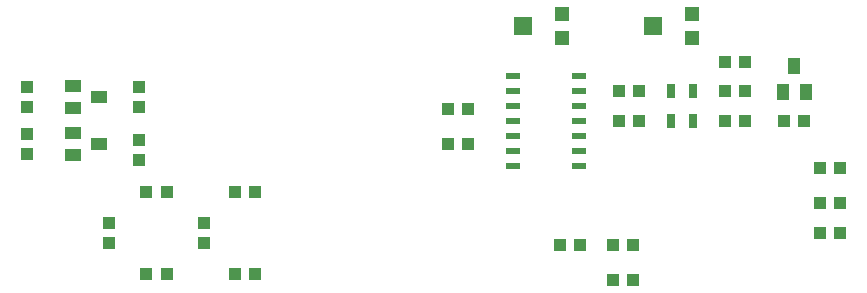
<source format=gbp>
G75*
%MOIN*%
%OFA0B0*%
%FSLAX24Y24*%
%IPPOS*%
%LPD*%
%AMOC8*
5,1,8,0,0,1.08239X$1,22.5*
%
%ADD10R,0.0551X0.0394*%
%ADD11R,0.0433X0.0394*%
%ADD12R,0.0394X0.0433*%
%ADD13R,0.0472X0.0236*%
%ADD14R,0.0315X0.0472*%
%ADD15R,0.0591X0.0630*%
%ADD16R,0.0472X0.0472*%
%ADD17R,0.0394X0.0551*%
D10*
X003139Y006938D03*
X004005Y007312D03*
X003139Y007686D03*
X003139Y008513D03*
X004005Y008887D03*
X003139Y009261D03*
D11*
X005599Y002981D03*
X006269Y002981D03*
X008552Y002981D03*
X009221Y002981D03*
X009221Y005737D03*
X008552Y005737D03*
X006269Y005737D03*
X005599Y005737D03*
X015639Y007312D03*
X016308Y007312D03*
X016308Y008493D03*
X015639Y008493D03*
X021347Y008099D03*
X022017Y008099D03*
X022017Y009083D03*
X021347Y009083D03*
X024891Y009083D03*
X025560Y009083D03*
X025560Y008099D03*
X024891Y008099D03*
X026859Y008099D03*
X027528Y008099D03*
X028040Y006524D03*
X028709Y006524D03*
X028709Y005343D03*
X028040Y005343D03*
X028040Y004359D03*
X028709Y004359D03*
X021820Y003965D03*
X021150Y003965D03*
X020048Y003965D03*
X019379Y003965D03*
X021150Y002784D03*
X021820Y002784D03*
X024891Y010068D03*
X025560Y010068D03*
D12*
X007509Y004694D03*
X007509Y004024D03*
X004359Y004024D03*
X004359Y004694D03*
X005343Y006780D03*
X005343Y007450D03*
X005343Y008552D03*
X005343Y009221D03*
X001603Y009221D03*
X001603Y008552D03*
X001603Y007646D03*
X001603Y006977D03*
D13*
X017824Y007099D03*
X017824Y006599D03*
X020028Y006599D03*
X020028Y007099D03*
X020028Y007599D03*
X020028Y008099D03*
X020028Y008599D03*
X020028Y009099D03*
X020028Y009599D03*
X017824Y009599D03*
X017824Y009099D03*
X017824Y008599D03*
X017824Y008099D03*
X017824Y007599D03*
D14*
X023099Y008099D03*
X023808Y008099D03*
X023808Y009083D03*
X023099Y009083D03*
D15*
X022489Y011249D03*
X018158Y011249D03*
D16*
X019438Y011643D03*
X019438Y010855D03*
X023769Y010855D03*
X023769Y011643D03*
D17*
X027194Y009910D03*
X027568Y009044D03*
X026820Y009044D03*
M02*

</source>
